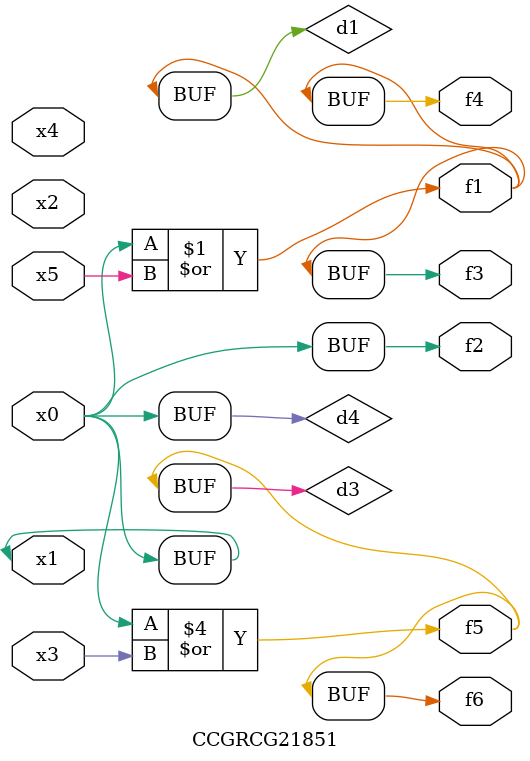
<source format=v>
module CCGRCG21851(
	input x0, x1, x2, x3, x4, x5,
	output f1, f2, f3, f4, f5, f6
);

	wire d1, d2, d3, d4;

	or (d1, x0, x5);
	xnor (d2, x1, x4);
	or (d3, x0, x3);
	buf (d4, x0, x1);
	assign f1 = d1;
	assign f2 = d4;
	assign f3 = d1;
	assign f4 = d1;
	assign f5 = d3;
	assign f6 = d3;
endmodule

</source>
